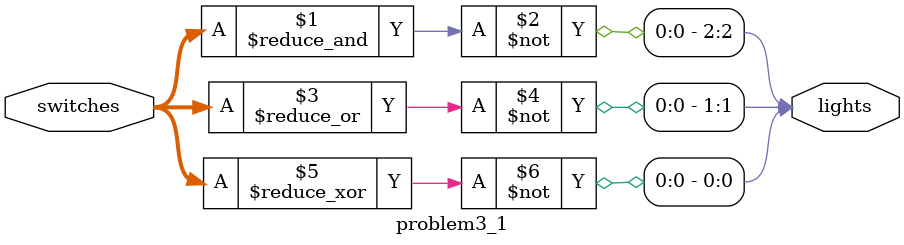
<source format=v>
`timescale 1ns / 1ps
module problem3_1
(
  input wire[3:0] switches,
  output wire[2:0] lights
);

  assign lights[2] = ~( &switches );
  assign lights[1] = ~( |switches );
  assign lights[0] = ~( ^switches );

endmodule

</source>
